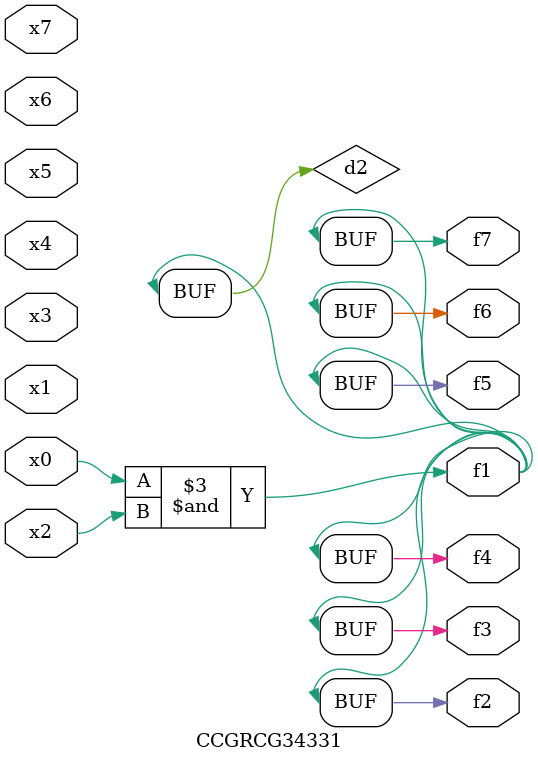
<source format=v>
module CCGRCG34331(
	input x0, x1, x2, x3, x4, x5, x6, x7,
	output f1, f2, f3, f4, f5, f6, f7
);

	wire d1, d2;

	nor (d1, x3, x6);
	and (d2, x0, x2);
	assign f1 = d2;
	assign f2 = d2;
	assign f3 = d2;
	assign f4 = d2;
	assign f5 = d2;
	assign f6 = d2;
	assign f7 = d2;
endmodule

</source>
